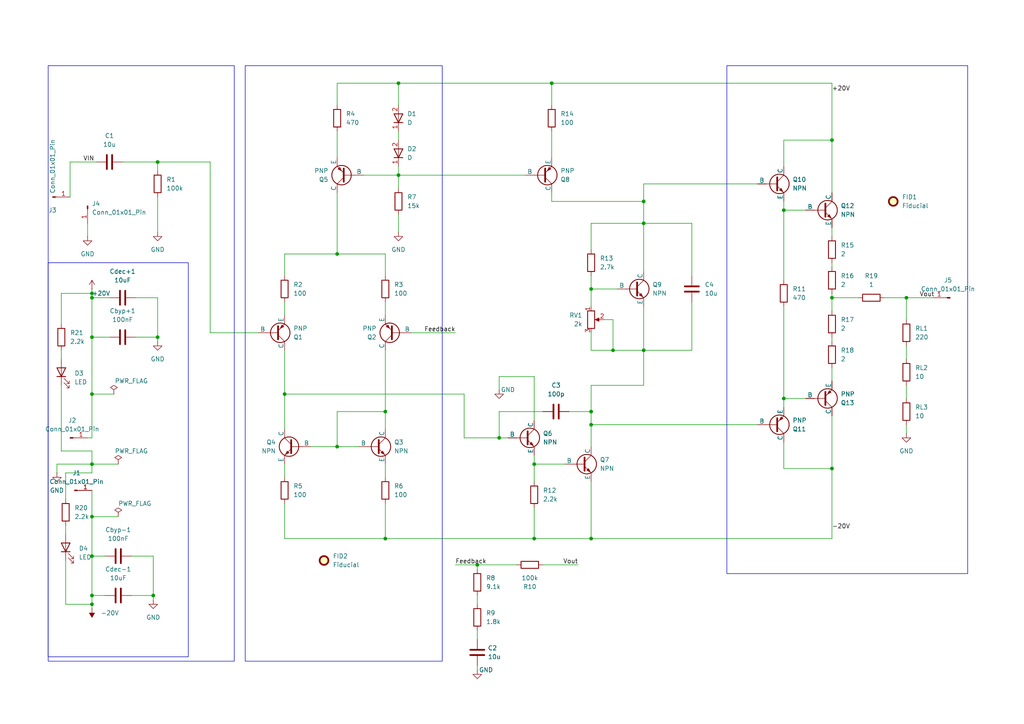
<source format=kicad_sch>
(kicad_sch (version 20250114) (generator "eeschema") (generator_version "9.0")
  (paper "A4")
  (lib_symbols
    (symbol "Connector:Conn_01x01_Pin" (pin_names (offset 1.016) (hide yes))
      (property "Reference" "J" (at 0 2.54 0))
      (property "Value" "Conn_01x01_Pin" (at 0 -2.54 0))
      (symbol "Conn_01x01_Pin_1_1"
        (rectangle (start 0.8636 0.127) (end 0 -0.127) (stroke (width 0.1524)) (fill (type outline)))
        (polyline (pts (xy 1.27 0) (xy 0.8636 0)) (stroke (width 0.1524)))
        (pin passive line (at 5.08 0 180) (length 3.81) (name "Pin_1") (number "1"))
      )
    )
    (symbol "Device:C" (pin_numbers (hide yes)) (pin_names (offset 0.254))
      (property "Reference" "C" (at 0.635 2.54 0))
      (property "Value" "C" (at 0.635 -2.54 0))
      (symbol "C_0_1"
        (polyline (pts (xy -2.032 0.762) (xy 2.032 0.762)) (stroke (width 0.508)))
        (polyline (pts (xy -2.032 -0.762) (xy 2.032 -0.762)) (stroke (width 0.508)))
      )
      (symbol "C_1_1"
        (pin passive line (at 0 3.81 270) (length 2.794) (name "~") (number "1"))
        (pin passive line (at 0 -3.81 90) (length 2.794) (name "~") (number "2"))
      )
    )
    (symbol "Device:LED" (pin_numbers (hide yes)) (pin_names (offset 1.016) (hide yes))
      (property "Reference" "D" (at 0 2.54 0))
      (property "Value" "LED" (at 0 -2.54 0))
      (symbol "LED_0_1"
        (polyline (pts (xy -3.048 -0.762) (xy -4.572 -2.286) (xy -3.81 -2.286) (xy -4.572 -2.286) (xy -4.572 -1.524)))
        (polyline (pts (xy -1.778 -0.762) (xy -3.302 -2.286) (xy -2.54 -2.286) (xy -3.302 -2.286) (xy -3.302 -1.524)))
        (polyline (pts (xy -1.27 0) (xy 1.27 0)))
        (polyline (pts (xy -1.27 -1.27) (xy -1.27 1.27)) (stroke (width 0.254)))
        (polyline (pts (xy 1.27 -1.27) (xy 1.27 1.27) (xy -1.27 0) (xy 1.27 -1.27)) (stroke (width 0.254)))
      )
      (symbol "LED_1_1"
        (pin passive line (at -3.81 0 0) (length 2.54) (name "K") (number "1"))
        (pin passive line (at 3.81 0 180) (length 2.54) (name "A") (number "2"))
      )
    )
    (symbol "Device:R" (pin_numbers (hide yes)) (pin_names (offset 0))
      (property "Reference" "R" (at 2.032 0 90))
      (property "Value" "R" (at 0 0 90))
      (symbol "R_0_1"
        (rectangle (start -1.016 -2.54) (end 1.016 2.54) (stroke (width 0.254)))
      )
      (symbol "R_1_1"
        (pin passive line (at 0 3.81 270) (length 1.27) (name "~") (number "1"))
        (pin passive line (at 0 -3.81 90) (length 1.27) (name "~") (number "2"))
      )
    )
    (symbol "Device:R_Potentiometer" (pin_names (offset 1.016) (hide yes))
      (property "Reference" "RV" (at -4.445 0 90))
      (property "Value" "R_Potentiometer" (at -2.54 0 90))
      (symbol "R_Potentiometer_0_1"
        (rectangle (start 1.016 2.54) (end -1.016 -2.54) (stroke (width 0.254)))
        (polyline (pts (xy 1.143 0) (xy 2.286 0.508) (xy 2.286 -0.508) (xy 1.143 0)) (fill (type outline)))
        (polyline (pts (xy 2.54 0) (xy 1.524 0)))
      )
      (symbol "R_Potentiometer_1_1"
        (pin passive line (at 0 3.81 270) (length 1.27) (name "1") (number "1"))
        (pin passive line (at 0 -3.81 90) (length 1.27) (name "3") (number "3"))
        (pin passive line (at 3.81 0 180) (length 1.27) (name "2") (number "2"))
      )
    )
    (symbol "Mechanical:Fiducial" (in_bom no)
      (property "Reference" "FID" (at 0 5.08 0))
      (property "Value" "Fiducial" (at 0 3.175 0))
      (symbol "Fiducial_0_1"
        (circle (center 0 0) (radius 1.27) (stroke (width 0.508)) (fill (type background)))
      )
    )
    (symbol "Simulation_SPICE:D" (pin_names (offset 1.016) (hide yes))
      (property "Reference" "D" (at 0 2.54 0))
      (property "Value" "D" (at 0 -2.54 0))
      (symbol "D_0_1"
        (polyline (pts (xy -1.27 1.27) (xy -1.27 -1.27)) (stroke (width 0.254)))
        (polyline (pts (xy 1.27 1.27) (xy 1.27 -1.27) (xy -1.27 0) (xy 1.27 1.27)) (stroke (width 0.254)))
        (polyline (pts (xy 1.27 0) (xy -1.27 0)))
      )
      (symbol "D_1_1"
        (pin passive line (at -3.81 0 0) (length 2.54) (name "K") (number "1"))
        (pin passive line (at 3.81 0 180) (length 2.54) (name "A") (number "2"))
      )
    )
    (symbol "Simulation_SPICE:NPN" (pin_numbers (hide yes)) (pin_names (offset 0))
      (property "Reference" "Q1" (at 5.08 1.2701 0))
      (property "Value" "NPN" (at 5.08 -1.2699 0))
      (symbol "NPN_0_1"
        (polyline (pts (xy -2.54 0) (xy 0.635 0)) (stroke (width 0.1524)))
        (polyline (pts (xy 0.635 1.905) (xy 0.635 -1.905) (xy 0.635 -1.905)) (stroke (width 0.508)))
        (polyline (pts (xy 0.635 0.635) (xy 2.54 2.54)))
        (polyline (pts (xy 0.635 -0.635) (xy 2.54 -2.54) (xy 2.54 -2.54)))
        (circle (center 1.27 0) (radius 2.8194) (stroke (width 0.254)))
        (polyline (pts (xy 1.27 -1.778) (xy 1.778 -1.27) (xy 2.286 -2.286) (xy 1.27 -1.778) (xy 1.27 -1.778)) (fill (type outline)))
        (polyline (pts (xy 2.794 -1.27) (xy 2.794 -1.27)) (stroke (width 0.1524)))
        (polyline (pts (xy 2.794 -1.27) (xy 2.794 -1.27)) (stroke (width 0.1524)))
      )
      (symbol "NPN_1_1"
        (pin input line (at -5.08 0 0) (length 2.54) (name "B") (number "2"))
        (pin passive line (at 2.54 5.08 270) (length 2.54) (name "C") (number "1"))
        (pin passive line (at 2.54 -5.08 90) (length 2.54) (name "E") (number "3"))
      )
    )
    (symbol "Simulation_SPICE:PNP" (pin_numbers (hide yes)) (pin_names (offset 0))
      (property "Reference" "Q" (at -2.54 7.62 0))
      (property "Value" "PNP" (at -2.54 5.08 0))
      (symbol "PNP_0_1"
        (polyline (pts (xy -2.54 0) (xy 0.635 0)) (stroke (width 0.1524)))
        (polyline (pts (xy 0.635 1.905) (xy 0.635 -1.905) (xy 0.635 -1.905)) (stroke (width 0.508)))
        (polyline (pts (xy 0.635 0.635) (xy 2.54 2.54)))
        (polyline (pts (xy 0.635 -0.635) (xy 2.54 -2.54) (xy 2.54 -2.54)))
        (circle (center 1.27 0) (radius 2.8194) (stroke (width 0.254)))
        (polyline (pts (xy 2.286 -1.778) (xy 1.778 -2.286) (xy 1.27 -1.27) (xy 2.286 -1.778) (xy 2.286 -1.778)) (fill (type outline)))
      )
      (symbol "PNP_1_1"
        (pin input line (at -5.08 0 0) (length 2.54) (name "B") (number "2"))
        (pin open_collector line (at 2.54 5.08 270) (length 2.54) (name "C") (number "1"))
        (pin open_emitter line (at 2.54 -5.08 90) (length 2.54) (name "E") (number "3"))
      )
    )
    (symbol "power:+24V" (power) (pin_numbers (hide yes)) (pin_names (offset 0) (hide yes))
      (property "Value" "+24V" (at 0 3.556 0))
      (symbol "+24V_0_1"
        (polyline (pts (xy -0.762 1.27) (xy 0 2.54)))
        (polyline (pts (xy 0 2.54) (xy 0.762 1.27)))
        (polyline (pts (xy 0 0) (xy 0 2.54)))
      )
      (symbol "+24V_1_1"
        (pin power_in line (at 0 0 90) (length 0) (name "~") (number "1"))
      )
    )
    (symbol "power:-24V" (power) (pin_numbers (hide yes)) (pin_names (offset 0) (hide yes))
      (property "Value" "-24V" (at 0 3.556 0))
      (symbol "-24V_0_0"
        (pin power_in line (at 0 0 90) (length 0) (name "~") (number "1"))
      )
      (symbol "-24V_0_1"
        (polyline (pts (xy 0 0) (xy 0 1.27) (xy 0.762 1.27) (xy 0 2.54) (xy -0.762 1.27) (xy 0 1.27)) (fill (type outline)))
      )
    )
    (symbol "power:GND" (power) (pin_numbers (hide yes)) (pin_names (offset 0) (hide yes))
      (property "Value" "GND" (at 0 -3.81 0))
      (symbol "GND_0_1"
        (polyline (pts (xy 0 0) (xy 0 -1.27) (xy 1.27 -1.27) (xy 0 -2.54) (xy -1.27 -1.27) (xy 0 -1.27)))
      )
      (symbol "GND_1_1"
        (pin power_in line (at 0 0 270) (length 0) (name "~") (number "1"))
      )
    )
    (symbol "power:PWR_FLAG" (power) (pin_numbers (hide yes)) (pin_names (offset 0) (hide yes))
      (property "Value" "PWR_FLAG" (at 0 3.81 0))
      (symbol "PWR_FLAG_0_0"
        (pin power_out line (at 0 0 90) (length 0) (name "~") (number "1"))
      )
      (symbol "PWR_FLAG_0_1"
        (polyline (pts (xy 0 0) (xy 0 1.27) (xy -1.016 1.905) (xy 0 2.54) (xy 1.016 1.905) (xy 0 1.27)))
      )
    )
  )
  (rectangle (start 210.82 19.05) (end 280.67 166.37))
  (rectangle (start 13.97 19.05) (end 67.945 191.77))
  (rectangle (start 71.12 19.05) (end 128.27 191.77))
  (rectangle (start 13.97 76.2) (end 54.61 190.5))
  (junction (at 26.67 97.79))
  (junction (at 171.45 119.38))
  (junction (at 241.3 40.64))
  (junction (at 171.45 123.19))
  (junction (at 177.8 101.6))
  (junction (at 138.43 163.83))
  (junction (at 26.67 175.26))
  (junction (at 26.67 149.86))
  (junction (at 97.79 129.54))
  (junction (at 26.67 86.36))
  (junction (at 227.33 115.57))
  (junction (at 160.02 24.13))
  (junction (at 171.45 156.21))
  (junction (at 82.55 114.3))
  (junction (at 26.67 161.29))
  (junction (at 111.76 156.21))
  (junction (at 144.78 127))
  (junction (at 154.94 134.62))
  (junction (at 97.79 73.66))
  (junction (at 115.57 24.13))
  (junction (at 241.3 135.89))
  (junction (at 186.69 64.77))
  (junction (at 26.67 85.09))
  (junction (at 154.94 156.21))
  (junction (at 186.69 101.6))
  (junction (at 186.69 58.42))
  (junction (at 111.76 119.38))
  (junction (at 171.45 83.82))
  (junction (at 45.72 97.79))
  (junction (at 45.72 46.99))
  (junction (at 115.57 50.8))
  (junction (at 262.89 86.36))
  (junction (at 26.67 134.62))
  (junction (at 227.33 60.96))
  (junction (at 26.67 114.3))
  (junction (at 241.3 86.36))
  (junction (at 44.45 172.72))
  (junction (at 26.67 172.72))
  (wire (pts (xy 171.45 101.6) (xy 177.8 101.6)))
  (wire (pts (xy 186.69 58.42) (xy 186.69 64.77)))
  (wire (pts (xy 26.67 86.36) (xy 31.75 86.36)))
  (wire (pts (xy 227.33 135.89) (xy 241.3 135.89)))
  (wire (pts (xy 115.57 24.13) (xy 97.79 24.13)))
  (wire (pts (xy 115.57 62.23) (xy 115.57 67.31)))
  (wire (pts (xy 157.48 163.83) (xy 167.64 163.83)))
  (wire (pts (xy 132.08 163.83) (xy 138.43 163.83)))
  (wire (pts (xy 60.96 46.99) (xy 60.96 96.52)))
  (wire (pts (xy 45.72 86.36) (xy 45.72 97.79)))
  (wire (pts (xy 171.45 156.21) (xy 241.3 156.21)))
  (wire (pts (xy 44.45 161.29) (xy 44.45 172.72)))
  (wire (pts (xy 241.3 40.64) (xy 241.3 55.88)))
  (wire (pts (xy 20.32 46.99) (xy 27.94 46.99)))
  (wire (pts (xy 138.43 172.72) (xy 138.43 175.26)))
  (wire (pts (xy 154.94 134.62) (xy 163.83 134.62)))
  (wire (pts (xy 241.3 120.65) (xy 241.3 135.89)))
  (wire (pts (xy 115.57 50.8) (xy 115.57 54.61)))
  (wire (pts (xy 25.4 127) (xy 26.67 127)))
  (wire (pts (xy 171.45 83.82) (xy 171.45 88.9)))
  (wire (pts (xy 82.55 73.66) (xy 97.79 73.66)))
  (wire (pts (xy 82.55 156.21) (xy 111.76 156.21)))
  (wire (pts (xy 144.78 109.22) (xy 144.78 113.03)))
  (wire (pts (xy 171.45 83.82) (xy 179.07 83.82)))
  (wire (pts (xy 138.43 163.83) (xy 138.43 165.1)))
  (wire (pts (xy 241.3 66.04) (xy 241.3 68.58)))
  (wire (pts (xy 26.67 86.36) (xy 26.67 97.79)))
  (wire (pts (xy 17.78 111.76) (xy 17.78 130.81)))
  (wire (pts (xy 97.79 55.88) (xy 97.79 73.66)))
  (wire (pts (xy 171.45 64.77) (xy 186.69 64.77)))
  (wire (pts (xy 26.67 114.3) (xy 26.67 127)))
  (wire (pts (xy 241.3 24.13) (xy 241.3 40.64)))
  (wire (pts (xy 105.41 50.8) (xy 115.57 50.8)))
  (wire (pts (xy 35.56 46.99) (xy 45.72 46.99)))
  (wire (pts (xy 171.45 123.19) (xy 171.45 129.54)))
  (wire (pts (xy 165.1 119.38) (xy 171.45 119.38)))
  (wire (pts (xy 227.33 115.57) (xy 233.68 115.57)))
  (wire (pts (xy 186.69 111.76) (xy 186.69 101.6)))
  (wire (pts (xy 160.02 30.48) (xy 160.02 24.13)))
  (wire (pts (xy 17.78 101.6) (xy 17.78 104.14)))
  (wire (pts (xy 227.33 60.96) (xy 227.33 81.28)))
  (wire (pts (xy 262.89 100.33) (xy 262.89 104.14)))
  (wire (pts (xy 115.57 24.13) (xy 160.02 24.13)))
  (wire (pts (xy 200.66 64.77) (xy 186.69 64.77)))
  (wire (pts (xy 26.67 172.72) (xy 30.48 172.72)))
  (wire (pts (xy 154.94 121.92) (xy 154.94 109.22)))
  (wire (pts (xy 227.33 128.27) (xy 227.33 135.89)))
  (wire (pts (xy 160.02 38.1) (xy 160.02 45.72)))
  (wire (pts (xy 26.67 149.86) (xy 34.29 149.86)))
  (wire (pts (xy 19.05 152.4) (xy 19.05 154.94)))
  (wire (pts (xy 241.3 86.36) (xy 248.92 86.36)))
  (wire (pts (xy 97.79 129.54) (xy 104.14 129.54)))
  (wire (pts (xy 227.33 118.11) (xy 227.33 115.57)))
  (wire (pts (xy 45.72 57.15) (xy 45.72 67.31)))
  (wire (pts (xy 45.72 99.06) (xy 45.72 97.79)))
  (wire (pts (xy 82.55 80.01) (xy 82.55 73.66)))
  (wire (pts (xy 82.55 134.62) (xy 82.55 138.43)))
  (wire (pts (xy 17.78 130.81) (xy 26.67 130.81)))
  (wire (pts (xy 26.67 130.81) (xy 26.67 134.62)))
  (wire (pts (xy 38.1 172.72) (xy 44.45 172.72)))
  (wire (pts (xy 157.48 119.38) (xy 144.78 119.38)))
  (wire (pts (xy 227.33 58.42) (xy 227.33 60.96)))
  (wire (pts (xy 256.54 86.36) (xy 262.89 86.36)))
  (wire (pts (xy 147.32 127) (xy 144.78 127)))
  (wire (pts (xy 200.66 101.6) (xy 186.69 101.6)))
  (wire (pts (xy 97.79 73.66) (xy 111.76 73.66)))
  (wire (pts (xy 26.67 137.16) (xy 19.05 137.16)))
  (wire (pts (xy 171.45 111.76) (xy 186.69 111.76)))
  (wire (pts (xy 82.55 101.6) (xy 82.55 114.3)))
  (wire (pts (xy 134.62 127) (xy 134.62 114.3)))
  (wire (pts (xy 262.89 86.36) (xy 262.89 92.71)))
  (wire (pts (xy 19.05 175.26) (xy 26.67 175.26)))
  (wire (pts (xy 26.67 175.26) (xy 26.67 176.53)))
  (wire (pts (xy 26.67 83.82) (xy 26.67 85.09)))
  (wire (pts (xy 26.67 142.24) (xy 26.67 149.86)))
  (wire (pts (xy 154.94 156.21) (xy 171.45 156.21)))
  (wire (pts (xy 26.67 161.29) (xy 30.48 161.29)))
  (wire (pts (xy 262.89 111.76) (xy 262.89 115.57)))
  (wire (pts (xy 154.94 134.62) (xy 154.94 139.7)))
  (wire (pts (xy 26.67 97.79) (xy 31.75 97.79)))
  (wire (pts (xy 144.78 119.38) (xy 144.78 127)))
  (wire (pts (xy 227.33 40.64) (xy 241.3 40.64)))
  (wire (pts (xy 171.45 72.39) (xy 171.45 64.77)))
  (wire (pts (xy 26.67 134.62) (xy 26.67 137.16)))
  (wire (pts (xy 175.26 92.71) (xy 177.8 92.71)))
  (wire (pts (xy 115.57 50.8) (xy 152.4 50.8)))
  (wire (pts (xy 45.72 46.99) (xy 60.96 46.99)))
  (wire (pts (xy 44.45 173.99) (xy 44.45 172.72)))
  (wire (pts (xy 138.43 193.04) (xy 138.43 194.31)))
  (wire (pts (xy 115.57 24.13) (xy 115.57 30.48)))
  (wire (pts (xy 97.79 119.38) (xy 111.76 119.38)))
  (wire (pts (xy 60.96 96.52) (xy 74.93 96.52)))
  (wire (pts (xy 115.57 48.26) (xy 115.57 50.8)))
  (wire (pts (xy 160.02 24.13) (xy 241.3 24.13)))
  (wire (pts (xy 16.51 134.62) (xy 26.67 134.62)))
  (wire (pts (xy 19.05 162.56) (xy 19.05 175.26)))
  (wire (pts (xy 171.45 111.76) (xy 171.45 119.38)))
  (wire (pts (xy 20.32 46.99) (xy 20.32 57.15)))
  (wire (pts (xy 241.3 76.2) (xy 241.3 77.47)))
  (wire (pts (xy 171.45 96.52) (xy 171.45 101.6)))
  (wire (pts (xy 45.72 46.99) (xy 45.72 49.53)))
  (wire (pts (xy 111.76 119.38) (xy 111.76 124.46)))
  (wire (pts (xy 115.57 40.64) (xy 115.57 38.1)))
  (wire (pts (xy 97.79 24.13) (xy 97.79 30.48)))
  (wire (pts (xy 144.78 127) (xy 134.62 127)))
  (wire (pts (xy 82.55 87.63) (xy 82.55 91.44)))
  (wire (pts (xy 39.37 97.79) (xy 45.72 97.79)))
  (wire (pts (xy 186.69 101.6) (xy 186.69 88.9)))
  (wire (pts (xy 39.37 86.36) (xy 45.72 86.36)))
  (wire (pts (xy 97.79 38.1) (xy 97.79 45.72)))
  (wire (pts (xy 111.76 156.21) (xy 154.94 156.21)))
  (wire (pts (xy 227.33 48.26) (xy 227.33 40.64)))
  (wire (pts (xy 241.3 135.89) (xy 241.3 156.21)))
  (wire (pts (xy 17.78 85.09) (xy 26.67 85.09)))
  (wire (pts (xy 82.55 146.05) (xy 82.55 156.21)))
  (wire (pts (xy 17.78 93.98) (xy 17.78 85.09)))
  (wire (pts (xy 26.67 172.72) (xy 26.67 175.26)))
  (wire (pts (xy 90.17 129.54) (xy 97.79 129.54)))
  (wire (pts (xy 241.3 106.68) (xy 241.3 110.49)))
  (wire (pts (xy 16.51 134.62) (xy 16.51 137.16)))
  (wire (pts (xy 171.45 80.01) (xy 171.45 83.82)))
  (wire (pts (xy 186.69 53.34) (xy 186.69 58.42)))
  (wire (pts (xy 177.8 101.6) (xy 186.69 101.6)))
  (wire (pts (xy 82.55 114.3) (xy 134.62 114.3)))
  (wire (pts (xy 97.79 129.54) (xy 97.79 119.38)))
  (wire (pts (xy 227.33 60.96) (xy 233.68 60.96)))
  (wire (pts (xy 241.3 86.36) (xy 241.3 90.17)))
  (wire (pts (xy 25.4 64.77) (xy 25.4 68.58)))
  (wire (pts (xy 186.69 64.77) (xy 186.69 78.74)))
  (wire (pts (xy 26.67 161.29) (xy 26.67 172.72)))
  (wire (pts (xy 111.76 134.62) (xy 111.76 138.43)))
  (wire (pts (xy 19.05 137.16) (xy 19.05 144.78)))
  (wire (pts (xy 177.8 92.71) (xy 177.8 101.6)))
  (wire (pts (xy 111.76 101.6) (xy 111.76 119.38)))
  (wire (pts (xy 200.66 87.63) (xy 200.66 101.6)))
  (wire (pts (xy 241.3 85.09) (xy 241.3 86.36)))
  (wire (pts (xy 154.94 147.32) (xy 154.94 156.21)))
  (wire (pts (xy 82.55 114.3) (xy 82.55 124.46)))
  (wire (pts (xy 160.02 55.88) (xy 160.02 58.42)))
  (wire (pts (xy 111.76 73.66) (xy 111.76 80.01)))
  (wire (pts (xy 160.02 58.42) (xy 186.69 58.42)))
  (wire (pts (xy 219.71 53.34) (xy 186.69 53.34)))
  (wire (pts (xy 241.3 97.79) (xy 241.3 99.06)))
  (wire (pts (xy 26.67 149.86) (xy 26.67 161.29)))
  (wire (pts (xy 26.67 85.09) (xy 26.67 86.36)))
  (wire (pts (xy 111.76 146.05) (xy 111.76 156.21)))
  (wire (pts (xy 119.38 96.52) (xy 132.08 96.52)))
  (wire (pts (xy 262.89 86.36) (xy 270.51 86.36)))
  (wire (pts (xy 26.67 134.62) (xy 34.29 134.62)))
  (wire (pts (xy 171.45 123.19) (xy 219.71 123.19)))
  (wire (pts (xy 38.1 161.29) (xy 44.45 161.29)))
  (wire (pts (xy 171.45 119.38) (xy 171.45 123.19)))
  (wire (pts (xy 154.94 109.22) (xy 144.78 109.22)))
  (wire (pts (xy 149.86 163.83) (xy 138.43 163.83)))
  (wire (pts (xy 154.94 134.62) (xy 154.94 132.08)))
  (wire (pts (xy 171.45 139.7) (xy 171.45 156.21)))
  (wire (pts (xy 26.67 114.3) (xy 33.02 114.3)))
  (wire (pts (xy 111.76 87.63) (xy 111.76 91.44)))
  (wire (pts (xy 227.33 115.57) (xy 227.33 88.9)))
  (wire (pts (xy 200.66 80.01) (xy 200.66 64.77)))
  (wire (pts (xy 138.43 182.88) (xy 138.43 185.42)))
  (wire (pts (xy 262.89 123.19) (xy 262.89 125.73)))
  (wire (pts (xy 26.67 97.79) (xy 26.67 114.3)))
  (label "Feedback" (at 132.08 163.83 0))
  (label "VIN" (at 24.13 46.99 0))
  (label "Feedback" (at 132.08 96.52 180))
  (label "+20V" (at 241.3 26.67 0))
  (label "-20V" (at 241.3 153.67 0))
  (label "Vout" (at 266.7 86.36 0))
  (label "Vout" (at 167.64 163.83 180))
  (symbol (lib_id "Device:C") (at 138.43 189.23 180) (unit 1)
    (property "Reference" "C2" (at 141.486 187.9599 0) (effects (justify right)))
    (property "Value" "10u" (at 141.486 190.4999 0) (effects (justify right)))
    (property "Footprint" "my_lib_Radu:10uF_smd_6.3x5.4_Radu" (effects (hide yes)))
    (property "Description" "Unpolarized capacitor" (effects (hide yes)))
  )
  (symbol (lib_id "Simulation_SPICE:NPN") (at 184.15 83.82 0) (unit 1)
    (property "Reference" "Q9" (at 189.23 82.5499 0) (effects (justify left)))
    (property "Value" "NPN" (at 189.23 85.0899 0) (effects (justify left)))
    (property "Footprint" "my_lib_Radu:sot23_Radu" (effects (hide yes)))
    (property "Datasheet" "https://ngspice.sourceforge.io/docs/ngspice-html-manual/manual.xhtml#cha_BJTs" (effects (hide yes)))
    (property "Description" "Bipolar transistor symbol for simulation only, substrate tied to the emitter" (effects (hide yes)))
    (property "Sim.Library" "C:\\Users\\tamis\\my_projects_Tamisi_Radu\\kicad_projects\\proiect1_etti\\allowed_spice_models\\Lib_ModelePSpice_Anexa_1\\Lib_ModelePSpice_Anexa_1\\BC817-25.txt" (effects (hide yes)))
    (property "Sim.Name" "QBC817-25" (effects (hide yes)))
    (property "Sim.Device" "NPN" (effects (hide yes)))
    (property "Sim.Type" "GUMMELPOON" (effects (hide yes)))
    (property "Sim.Pins" "1=C 2=B 3=E" (effects (hide yes)))
  )
  (symbol (lib_id "Device:C") (at 35.56 86.36 90) (unit 1)
    (property "Reference" "Cdec+1" (at 35.56 78.74 90))
    (property "Value" "10uF" (at 35.56 81.28 90))
    (property "Footprint" "my_lib_Radu:10uF_smd_6.3x5.4_Radu" (effects (hide yes)))
    (property "Description" "Unpolarized capacitor" (effects (hide yes)))
  )
  (symbol (lib_id "Simulation_SPICE:PNP") (at 100.33 50.8 180) (unit 1)
    (property "Reference" "Q5" (at 95.25 52.0701 0) (effects (justify left)))
    (property "Value" "PNP" (at 95.25 49.5301 0) (effects (justify left)))
    (property "Footprint" "my_lib_Radu:sot23_Radu" (effects (hide yes)))
    (property "Datasheet" "https://ngspice.sourceforge.io/docs/ngspice-html-manual/manual.xhtml#cha_BJTs" (effects (hide yes)))
    (property "Description" "Bipolar transistor symbol for simulation only, substrate tied to the emitter" (effects (hide yes)))
    (property "Sim.Device" "PNP" (effects (hide yes)))
    (property "Sim.Type" "GUMMELPOON" (effects (hide yes)))
    (property "Sim.Pins" "1=C 2=B 3=E" (effects (hide yes)))
    (property "Sim.Library" "C:\\Users\\tamis\\my_projects_Tamisi_Radu\\kicad_projects\\proiect1_etti\\allowed_spice_models\\Lib_ModelePSpice_Anexa_1\\Lib_ModelePSpice_Anexa_1\\BC856B.txt" (effects (hide yes)))
    (property "Sim.Name" "QBC856B" (effects (hide yes)))
  )
  (symbol (lib_id "Device:R") (at 111.76 142.24 0) (unit 1)
    (property "Reference" "R6" (at 114.3 140.9699 0) (effects (justify left)))
    (property "Value" "100" (at 114.3 143.5099 0) (effects (justify left)))
    (property "Footprint" "Resistor_SMD:R_0805_2012Metric" (effects (hide yes)))
    (property "Description" "Resistor" (effects (hide yes)))
  )
  (symbol (lib_id "Device:R") (at 115.57 58.42 0) (unit 1)
    (property "Reference" "R7" (at 118.11 57.1499 0) (effects (justify left)))
    (property "Value" "15k" (at 118.11 59.6899 0) (effects (justify left)))
    (property "Footprint" "Resistor_SMD:R_0805_2012Metric" (effects (hide yes)))
    (property "Description" "Resistor" (effects (hide yes)))
  )
  (symbol (lib_id "Device:R") (at 111.76 83.82 0) (unit 1)
    (property "Reference" "R3" (at 114.3 82.5499 0) (effects (justify left)))
    (property "Value" "100" (at 114.3 85.0899 0) (effects (justify left)))
    (property "Footprint" "Resistor_SMD:R_0805_2012Metric" (effects (hide yes)))
    (property "Description" "Resistor" (effects (hide yes)))
  )
  (symbol (lib_id "Connector:Conn_01x01_Pin") (at 20.32 127 0) (unit 1)
    (property "Reference" "J2" (at 20.955 121.92 0))
    (property "Value" "Conn_01x01_Pin" (at 20.955 124.46 0))
    (property "Footprint" "my_lib_Radu:J_conn_4x4mm_Radu" (effects (hide yes)))
    (property "Description" "Generic connector, single row, 01x01, script generated" (effects (hide yes)))
  )
  (symbol (lib_id "Device:R") (at 45.72 53.34 0) (unit 1)
    (property "Reference" "R1" (at 48.26 52.0699 0) (effects (justify left)))
    (property "Value" "100k" (at 48.26 54.6099 0) (effects (justify left)))
    (property "Footprint" "Resistor_SMD:R_0805_2012Metric" (effects (hide yes)))
    (property "Description" "Resistor" (effects (hide yes)))
  )
  (symbol (lib_id "Connector:Conn_01x01_Pin") (at 21.59 142.24 0) (unit 1)
    (property "Reference" "J1" (at 22.225 137.16 0))
    (property "Value" "Conn_01x01_Pin" (at 22.225 139.7 0))
    (property "Footprint" "my_lib_Radu:J_conn_4x4mm_Radu" (effects (hide yes)))
    (property "Description" "Generic connector, single row, 01x01, script generated" (effects (hide yes)))
  )
  (symbol (lib_id "Device:R") (at 82.55 142.24 0) (unit 1)
    (property "Reference" "R5" (at 85.09 140.9699 0) (effects (justify left)))
    (property "Value" "100" (at 85.09 143.5099 0) (effects (justify left)))
    (property "Footprint" "Resistor_SMD:R_0805_2012Metric" (effects (hide yes)))
    (property "Description" "Resistor" (effects (hide yes)))
  )
  (symbol (lib_id "power:PWR_FLAG") (at 34.29 149.86 0) (unit 1)
    (property "Reference" "#FLG03" (effects (hide yes)))
    (property "Value" "PWR_FLAG" (at 34.29 146.05 0) (effects (justify left)))
    (property "Description" "Special symbol for telling ERC where power comes from" (effects (hide yes)))
  )
  (symbol (lib_id "Device:R_Potentiometer") (at 171.45 92.71 0) (unit 1)
    (property "Reference" "RV1" (at 168.91 91.4399 0) (effects (justify right)))
    (property "Value" "2k" (at 168.91 93.9799 0) (effects (justify right)))
    (property "Footprint" "my_lib_Radu:ts53yl_Radu" (effects (hide yes)))
    (property "Description" "Potentiometer" (effects (hide yes)))
  )
  (symbol (lib_id "Device:C") (at 34.29 172.72 90) (unit 1)
    (property "Reference" "Cdec-1" (at 34.29 165.1 90))
    (property "Value" "10uF" (at 34.29 167.64 90))
    (property "Footprint" "my_lib_Radu:10uF_smd_6.3x5.4_Radu" (effects (hide yes)))
    (property "Description" "Unpolarized capacitor" (effects (hide yes)))
  )
  (symbol (lib_id "power:GND") (at 144.78 113.03 0) (unit 1)
    (property "Reference" "#PWR011" (effects (hide yes)))
    (property "Value" "GND" (at 147.32 113.03 0))
    (property "Description" "Power symbol creates a global label with name \"GND\" , ground" (effects (hide yes)))
  )
  (symbol (lib_id "Simulation_SPICE:PNP") (at 80.01 96.52 0) (mirror x) (unit 1)
    (property "Reference" "Q1" (at 85.09 97.7901 0) (effects (justify left)))
    (property "Value" "PNP" (at 85.09 95.2501 0) (effects (justify left)))
    (property "Footprint" "my_lib_Radu:sot23_Radu" (effects (hide yes)))
    (property "Datasheet" "https://ngspice.sourceforge.io/docs/ngspice-html-manual/manual.xhtml#cha_BJTs" (effects (hide yes)))
    (property "Description" "Bipolar transistor symbol for simulation only, substrate tied to the emitter" (effects (hide yes)))
    (property "Sim.Device" "PNP" (effects (hide yes)))
    (property "Sim.Type" "GUMMELPOON" (effects (hide yes)))
    (property "Sim.Pins" "1=C 2=B 3=E" (effects (hide yes)))
    (property "Sim.Library" "C:\\Users\\tamis\\my_projects_Tamisi_Radu\\kicad_projects\\proiect1_etti\\allowed_spice_models\\Lib_ModelePSpice_Anexa_1\\Lib_ModelePSpice_Anexa_1\\BC856B.txt" (effects (hide yes)))
    (property "Sim.Name" "QBC856B" (effects (hide yes)))
  )
  (symbol (lib_id "Device:R") (at 153.67 163.83 90) (unit 1)
    (property "Reference" "R10" (at 153.67 170.18 90))
    (property "Value" "100k" (at 153.67 167.64 90))
    (property "Footprint" "Resistor_SMD:R_0805_2012Metric" (effects (hide yes)))
    (property "Description" "Resistor" (effects (hide yes)))
  )
  (symbol (lib_id "Mechanical:Fiducial") (at 259.08 58.42 0) (unit 1) (in_bom no)
    (property "Reference" "FID1" (at 261.62 57.1499 0) (effects (justify left)))
    (property "Value" "Fiducial" (at 261.62 59.6899 0) (effects (justify left)))
    (property "Footprint" "Fiducial:Fiducial_1mm_Mask2mm" (effects (hide yes)))
    (property "Description" "Fiducial Marker" (effects (hide yes)))
  )
  (symbol (lib_id "Device:LED") (at 19.05 158.75 90) (unit 1)
    (property "Reference" "D4" (at 22.86 159.0674 90) (effects (justify right)))
    (property "Value" "LED" (at 22.86 161.6074 90) (effects (justify right)))
    (property "Footprint" "LED_SMD:LED_0805_2012Metric" (effects (hide yes)))
    (property "Description" "Light emitting diode" (effects (hide yes)))
    (property "Sim.Pins" "1=K 2=A" (effects (hide yes)))
  )
  (symbol (lib_id "Connector:Conn_01x01_Pin") (at 15.24 57.15 0) (unit 1)
    (property "Reference" "J3" (at 15.24 60.96 0))
    (property "Value" "Conn_01x01_Pin" (at 15.24 48.26 90))
    (property "Footprint" "my_lib_Radu:J_conn_4x4mm_Radu" (effects (hide yes)))
    (property "Description" "Generic connector, single row, 01x01, script generated" (effects (hide yes)))
  )
  (symbol (lib_id "Connector:Conn_01x01_Pin") (at 25.4 59.69 270) (unit 1)
    (property "Reference" "J4" (at 26.67 59.0549 90) (effects (justify left)))
    (property "Value" "Conn_01x01_Pin" (at 26.67 61.5949 90) (effects (justify left)))
    (property "Footprint" "my_lib_Radu:J_conn_4x4mm_Radu" (effects (hide yes)))
    (property "Description" "Generic connector, single row, 01x01, script generated" (effects (hide yes)))
  )
  (symbol (lib_id "Simulation_SPICE:PNP") (at 114.3 96.52 180) (unit 1)
    (property "Reference" "Q2" (at 109.22 97.7901 0) (effects (justify left)))
    (property "Value" "PNP" (at 109.22 95.2501 0) (effects (justify left)))
    (property "Footprint" "my_lib_Radu:sot23_Radu" (effects (hide yes)))
    (property "Datasheet" "https://ngspice.sourceforge.io/docs/ngspice-html-manual/manual.xhtml#cha_BJTs" (effects (hide yes)))
    (property "Description" "Bipolar transistor symbol for simulation only, substrate tied to the emitter" (effects (hide yes)))
    (property "Sim.Device" "PNP" (effects (hide yes)))
    (property "Sim.Type" "GUMMELPOON" (effects (hide yes)))
    (property "Sim.Pins" "1=C 2=B 3=E" (effects (hide yes)))
    (property "Sim.Library" "C:\\Users\\tamis\\my_projects_Tamisi_Radu\\kicad_projects\\proiect1_etti\\allowed_spice_models\\Lib_ModelePSpice_Anexa_1\\Lib_ModelePSpice_Anexa_1\\BC856B.txt" (effects (hide yes)))
    (property "Sim.Name" "QBC856B" (effects (hide yes)))
  )
  (symbol (lib_id "power:GND") (at 262.89 125.73 0) (unit 1)
    (property "Reference" "#PWR06" (effects (hide yes)))
    (property "Value" "GND" (at 262.89 130.81 0))
    (property "Description" "Power symbol creates a global label with name \"GND\" , ground" (effects (hide yes)))
  )
  (symbol (lib_id "power:GND") (at 138.43 194.31 0) (unit 1)
    (property "Reference" "#PWR08" (effects (hide yes)))
    (property "Value" "GND" (at 140.97 194.31 0))
    (property "Description" "Power symbol creates a global label with name \"GND\" , ground" (effects (hide yes)))
  )
  (symbol (lib_id "power:GND") (at 115.57 67.31 0) (unit 1)
    (property "Reference" "#PWR05" (effects (hide yes)))
    (property "Value" "GND" (at 115.57 72.39 0))
    (property "Description" "Power symbol creates a global label with name \"GND\" , ground" (effects (hide yes)))
  )
  (symbol (lib_id "Device:R") (at 262.89 119.38 180) (unit 1)
    (property "Reference" "RL3" (at 265.43 118.1099 0) (effects (justify right)))
    (property "Value" "10" (at 265.43 120.6499 0) (effects (justify right)))
    (property "Footprint" "Resistor_SMD:R_0805_2012Metric" (effects (hide yes)))
    (property "Description" "Resistor" (effects (hide yes)))
  )
  (symbol (lib_id "Simulation_SPICE:PNP") (at 224.79 123.19 0) (mirror x) (unit 1)
    (property "Reference" "Q11" (at 229.87 124.4601 0) (effects (justify left)))
    (property "Value" "PNP" (at 229.87 121.9201 0) (effects (justify left)))
    (property "Footprint" "my_lib_Radu:sot23_Radu" (effects (hide yes)))
    (property "Datasheet" "https://ngspice.sourceforge.io/docs/ngspice-html-manual/manual.xhtml#cha_BJTs" (effects (hide yes)))
    (property "Description" "Bipolar transistor symbol for simulation only, substrate tied to the emitter" (effects (hide yes)))
    (property "Sim.Device" "PNP" (effects (hide yes)))
    (property "Sim.Type" "GUMMELPOON" (effects (hide yes)))
    (property "Sim.Pins" "1=C 2=B 3=E" (effects (hide yes)))
    (property "Sim.Library" "C:\\Users\\tamis\\my_projects_Tamisi_Radu\\kicad_projects\\proiect1_etti\\allowed_spice_models\\Lib_ModelePSpice_Anexa_1\\Lib_ModelePSpice_Anexa_1\\BC807-25.txt" (effects (hide yes)))
    (property "Sim.Name" "QBC807-25" (effects (hide yes)))
  )
  (symbol (lib_id "power:GND") (at 45.72 99.06 0) (unit 1)
    (property "Reference" "#PWR09" (effects (hide yes)))
    (property "Value" "GND" (at 45.72 104.14 0))
    (property "Description" "Power symbol creates a global label with name \"GND\" , ground" (effects (hide yes)))
  )
  (symbol (lib_id "Device:R") (at 252.73 86.36 270) (unit 1)
    (property "Reference" "R19" (at 252.73 80.01 90))
    (property "Value" "1" (at 252.73 82.55 90))
    (property "Footprint" "Resistor_SMD:R_0805_2012Metric" (effects (hide yes)))
    (property "Description" "Resistor" (effects (hide yes)))
  )
  (symbol (lib_id "Device:C") (at 200.66 83.82 180) (unit 1)
    (property "Reference" "C4" (at 204.4002 82.5499 0) (effects (justify right)))
    (property "Value" "10u" (at 204.4002 85.0899 0) (effects (justify right)))
    (property "Footprint" "my_lib_Radu:10uF_smd_6.3x5.4_Radu" (effects (hide yes)))
    (property "Description" "Unpolarized capacitor" (effects (hide yes)))
  )
  (symbol (lib_id "power:GND") (at 16.51 137.16 0) (unit 1)
    (property "Reference" "#PWR01" (effects (hide yes)))
    (property "Value" "GND" (at 16.51 142.24 0))
    (property "Description" "Power symbol creates a global label with name \"GND\" , ground" (effects (hide yes)))
  )
  (symbol (lib_id "Device:R") (at 160.02 34.29 0) (unit 1)
    (property "Reference" "R14" (at 162.56 33.0199 0) (effects (justify left)))
    (property "Value" "100" (at 162.56 35.5599 0) (effects (justify left)))
    (property "Footprint" "Resistor_SMD:R_0805_2012Metric" (effects (hide yes)))
    (property "Description" "Resistor" (effects (hide yes)))
  )
  (symbol (lib_id "power:-24V") (at 26.67 176.53 180) (unit 1)
    (property "Reference" "#PWR03" (effects (hide yes)))
    (property "Value" "-20V" (at 29.21 177.7999 0) (effects (justify right)))
    (property "Description" "Power symbol creates a global label with name \"-24V\"" (effects (hide yes)))
  )
  (symbol (lib_id "Simulation_SPICE:NPN") (at 168.91 134.62 0) (unit 1)
    (property "Reference" "Q7" (at 173.99 133.3499 0) (effects (justify left)))
    (property "Value" "NPN" (at 173.99 135.8899 0) (effects (justify left)))
    (property "Footprint" "my_lib_Radu:sot23_Radu" (effects (hide yes)))
    (property "Datasheet" "https://ngspice.sourceforge.io/docs/ngspice-html-manual/manual.xhtml#cha_BJTs" (effects (hide yes)))
    (property "Description" "Bipolar transistor symbol for simulation only, substrate tied to the emitter" (effects (hide yes)))
    (property "Sim.Library" "C:\\Users\\tamis\\my_projects_Tamisi_Radu\\kicad_projects\\proiect1_etti\\allowed_spice_models\\Lib_ModelePSpice_Anexa_1\\Lib_ModelePSpice_Anexa_1\\BC846B.txt" (effects (hide yes)))
    (property "Sim.Name" "QBC846B" (effects (hide yes)))
    (property "Sim.Device" "NPN" (effects (hide yes)))
    (property "Sim.Type" "GUMMELPOON" (effects (hide yes)))
    (property "Sim.Pins" "1=C 2=B 3=E" (effects (hide yes)))
  )
  (symbol (lib_id "Device:R") (at 154.94 143.51 0) (unit 1)
    (property "Reference" "R12" (at 157.48 142.2399 0) (effects (justify left)))
    (property "Value" "2.2k" (at 157.48 144.7799 0) (effects (justify left)))
    (property "Footprint" "Resistor_SMD:R_0805_2012Metric" (effects (hide yes)))
    (property "Description" "Resistor" (effects (hide yes)))
  )
  (symbol (lib_id "Simulation_SPICE:PNP") (at 238.76 115.57 0) (mirror x) (unit 1)
    (property "Reference" "Q13" (at 243.84 116.8401 0) (effects (justify left)))
    (property "Value" "PNP" (at 243.84 114.3001 0) (effects (justify left)))
    (property "Footprint" "my_lib_Radu:sot23_Radu" (effects (hide yes)))
    (property "Datasheet" "https://ngspice.sourceforge.io/docs/ngspice-html-manual/manual.xhtml#cha_BJTs" (effects (hide yes)))
    (property "Description" "Bipolar transistor symbol for simulation only, substrate tied to the emitter" (effects (hide yes)))
    (property "Sim.Device" "PNP" (effects (hide yes)))
    (property "Sim.Type" "GUMMELPOON" (effects (hide yes)))
    (property "Sim.Pins" "1=C 2=B 3=E" (effects (hide yes)))
    (property "Sim.Library" "C:\\Users\\tamis\\my_projects_Tamisi_Radu\\kicad_projects\\proiect1_etti\\allowed_spice_models\\Lib_ModelePSpice_Anexa_1\\Lib_ModelePSpice_Anexa_1\\BC807-25.txt" (effects (hide yes)))
    (property "Sim.Name" "QBC807-25" (effects (hide yes)))
  )
  (symbol (lib_id "Device:R") (at 241.3 72.39 180) (unit 1)
    (property "Reference" "R15" (at 243.84 71.1199 0) (effects (justify right)))
    (property "Value" "2" (at 243.84 73.6599 0) (effects (justify right)))
    (property "Footprint" "Resistor_SMD:R_0805_2012Metric" (effects (hide yes)))
    (property "Description" "Resistor" (effects (hide yes)))
  )
  (symbol (lib_id "Device:R") (at 17.78 97.79 0) (unit 1)
    (property "Reference" "R21" (at 20.32 96.5199 0) (effects (justify left)))
    (property "Value" "2.2k" (at 20.32 99.0599 0) (effects (justify left)))
    (property "Footprint" "Resistor_SMD:R_0805_2012Metric" (effects (hide yes)))
    (property "Description" "Resistor" (effects (hide yes)))
  )
  (symbol (lib_id "Device:R") (at 138.43 168.91 0) (unit 1)
    (property "Reference" "R8" (at 140.97 167.6399 0) (effects (justify left)))
    (property "Value" "9.1k" (at 140.97 170.1799 0) (effects (justify left)))
    (property "Footprint" "Resistor_SMD:R_0805_2012Metric" (effects (hide yes)))
    (property "Description" "Resistor" (effects (hide yes)))
  )
  (symbol (lib_id "power:GND") (at 25.4 68.58 0) (unit 1)
    (property "Reference" "#PWR07" (effects (hide yes)))
    (property "Value" "GND" (at 25.4 73.66 0))
    (property "Description" "Power symbol creates a global label with name \"GND\" , ground" (effects (hide yes)))
  )
  (symbol (lib_id "Simulation_SPICE:NPN") (at 238.76 60.96 0) (unit 1)
    (property "Reference" "Q12" (at 243.84 59.6899 0) (effects (justify left)))
    (property "Value" "NPN" (at 243.84 62.2299 0) (effects (justify left)))
    (property "Footprint" "my_lib_Radu:sot23_Radu" (effects (hide yes)))
    (property "Datasheet" "https://ngspice.sourceforge.io/docs/ngspice-html-manual/manual.xhtml#cha_BJTs" (effects (hide yes)))
    (property "Description" "Bipolar transistor symbol for simulation only, substrate tied to the emitter" (effects (hide yes)))
    (property "Sim.Library" "C:\\Users\\tamis\\my_projects_Tamisi_Radu\\kicad_projects\\proiect1_etti\\allowed_spice_models\\Lib_ModelePSpice_Anexa_1\\Lib_ModelePSpice_Anexa_1\\BC817-25.txt" (effects (hide yes)))
    (property "Sim.Name" "QBC817-25" (effects (hide yes)))
    (property "Sim.Device" "NPN" (effects (hide yes)))
    (property "Sim.Type" "GUMMELPOON" (effects (hide yes)))
    (property "Sim.Pins" "1=C 2=B 3=E" (effects (hide yes)))
  )
  (symbol (lib_id "Device:R") (at 171.45 76.2 0) (unit 1)
    (property "Reference" "R13" (at 173.99 74.9299 0) (effects (justify left)))
    (property "Value" "2.7k" (at 173.99 77.4699 0) (effects (justify left)))
    (property "Footprint" "Resistor_SMD:R_0805_2012Metric" (effects (hide yes)))
    (property "Description" "Resistor" (effects (hide yes)))
  )
  (symbol (lib_id "Simulation_SPICE:NPN") (at 224.79 53.34 0) (unit 1)
    (property "Reference" "Q10" (at 229.87 52.0699 0) (effects (justify left)))
    (property "Value" "NPN" (at 229.87 54.6099 0) (effects (justify left)))
    (property "Footprint" "my_lib_Radu:sot23_Radu" (effects (hide yes)))
    (property "Datasheet" "https://ngspice.sourceforge.io/docs/ngspice-html-manual/manual.xhtml#cha_BJTs" (effects (hide yes)))
    (property "Description" "Bipolar transistor symbol for simulation only, substrate tied to the emitter" (effects (hide yes)))
    (property "Sim.Library" "C:\\Users\\tamis\\my_projects_Tamisi_Radu\\kicad_projects\\proiect1_etti\\allowed_spice_models\\Lib_ModelePSpice_Anexa_1\\Lib_ModelePSpice_Anexa_1\\BC817-25.txt" (effects (hide yes)))
    (property "Sim.Name" "QBC817-25" (effects (hide yes)))
    (property "Sim.Device" "NPN" (effects (hide yes)))
    (property "Sim.Type" "GUMMELPOON" (effects (hide yes)))
    (property "Sim.Pins" "1=C 2=B 3=E" (effects (hide yes)))
  )
  (symbol (lib_id "Device:R") (at 262.89 107.95 180) (unit 1)
    (property "Reference" "RL2" (at 265.43 106.6799 0) (effects (justify right)))
    (property "Value" "10" (at 265.43 109.2199 0) (effects (justify right)))
    (property "Footprint" "Resistor_SMD:R_0805_2012Metric" (effects (hide yes)))
    (property "Description" "Resistor" (effects (hide yes)))
  )
  (symbol (lib_id "power:+24V") (at 26.67 83.82 0) (unit 1)
    (property "Reference" "#PWR02" (effects (hide yes)))
    (property "Value" "+20V" (at 26.67 85.09 0) (effects (justify left)))
    (property "Description" "Power symbol creates a global label with name \"+24V\"" (effects (hide yes)))
  )
  (symbol (lib_id "Device:R") (at 262.89 96.52 180) (unit 1)
    (property "Reference" "RL1" (at 265.43 95.2499 0) (effects (justify right)))
    (property "Value" "220" (at 265.43 97.7899 0) (effects (justify right)))
    (property "Footprint" "Resistor_SMD:R_0805_2012Metric" (effects (hide yes)))
    (property "Description" "Resistor" (effects (hide yes)))
  )
  (symbol (lib_id "Device:R") (at 241.3 93.98 180) (unit 1)
    (property "Reference" "R17" (at 243.84 92.7099 0) (effects (justify right)))
    (property "Value" "2" (at 243.84 95.2499 0) (effects (justify right)))
    (property "Footprint" "Resistor_SMD:R_0805_2012Metric" (effects (hide yes)))
    (property "Description" "Resistor" (effects (hide yes)))
  )
  (symbol (lib_id "power:PWR_FLAG") (at 33.02 114.3 0) (unit 1)
    (property "Reference" "#FLG02" (effects (hide yes)))
    (property "Value" "PWR_FLAG" (at 38.1 110.49 0))
    (property "Description" "Special symbol for telling ERC where power comes from" (effects (hide yes)))
  )
  (symbol (lib_id "power:GND") (at 45.72 67.31 0) (unit 1)
    (property "Reference" "#PWR04" (effects (hide yes)))
    (property "Value" "GND" (at 45.72 72.39 0))
    (property "Description" "Power symbol creates a global label with name \"GND\" , ground" (effects (hide yes)))
  )
  (symbol (lib_id "Simulation_SPICE:D") (at 115.57 44.45 90) (unit 1)
    (property "Reference" "D2" (at 118.11 43.1799 90) (effects (justify right)))
    (property "Value" "D" (at 118.11 45.7199 90) (effects (justify right)))
    (property "Footprint" "Diode_SMD:D_0805_2012Metric" (effects (hide yes)))
    (property "Datasheet" "https://ngspice.sourceforge.io/docs/ngspice-html-manual/manual.xhtml#cha_DIODEs" (effects (hide yes)))
    (property "Description" "Diode for simulation or PCB" (effects (hide yes)))
    (property "Sim.Device" "D" (effects (hide yes)))
    (property "Sim.Pins" "1=K 2=A" (effects (hide yes)))
    (property "Sim.Params" "rs=50m cjo=10p" (effects (hide yes)))
  )
  (symbol (lib_id "Device:LED") (at 17.78 107.95 90) (unit 1)
    (property "Reference" "D3" (at 21.59 108.2674 90) (effects (justify right)))
    (property "Value" "LED" (at 21.59 110.8074 90) (effects (justify right)))
    (property "Footprint" "LED_SMD:LED_0805_2012Metric" (effects (hide yes)))
    (property "Description" "Light emitting diode" (effects (hide yes)))
    (property "Sim.Pins" "1=K 2=A" (effects (hide yes)))
  )
  (symbol (lib_id "Connector:Conn_01x01_Pin") (at 275.59 86.36 180) (unit 1)
    (property "Reference" "J5" (at 274.955 81.28 0))
    (property "Value" "Conn_01x01_Pin" (at 274.955 83.82 0))
    (property "Footprint" "my_lib_Radu:J_conn_4x4mm_Radu" (effects (hide yes)))
    (property "Description" "Generic connector, single row, 01x01, script generated" (effects (hide yes)))
  )
  (symbol (lib_id "power:PWR_FLAG") (at 34.29 134.62 0) (unit 1)
    (property "Reference" "#FLG01" (effects (hide yes)))
    (property "Value" "PWR_FLAG" (at 38.1 130.81 0))
    (property "Description" "Special symbol for telling ERC where power comes from" (effects (hide yes)))
  )
  (symbol (lib_id "Device:R") (at 241.3 102.87 180) (unit 1)
    (property "Reference" "R18" (at 243.84 101.5999 0) (effects (justify right)))
    (property "Value" "2" (at 243.84 104.1399 0) (effects (justify right)))
    (property "Footprint" "Resistor_SMD:R_0805_2012Metric" (effects (hide yes)))
    (property "Description" "Resistor" (effects (hide yes)))
  )
  (symbol (lib_id "Device:R") (at 241.3 81.28 180) (unit 1)
    (property "Reference" "R16" (at 243.84 80.0099 0) (effects (justify right)))
    (property "Value" "2" (at 243.84 82.5499 0) (effects (justify right)))
    (property "Footprint" "Resistor_SMD:R_0805_2012Metric" (effects (hide yes)))
    (property "Description" "Resistor" (effects (hide yes)))
  )
  (symbol (lib_id "Device:R") (at 97.79 34.29 0) (unit 1)
    (property "Reference" "R4" (at 100.33 33.0199 0) (effects (justify left)))
    (property "Value" "470" (at 100.33 35.5599 0) (effects (justify left)))
    (property "Footprint" "Resistor_SMD:R_0805_2012Metric" (effects (hide yes)))
    (property "Description" "Resistor" (effects (hide yes)))
  )
  (symbol (lib_id "Device:C") (at 31.75 46.99 90) (unit 1)
    (property "Reference" "C1" (at 31.75 39.37 90))
    (property "Value" "10u" (at 31.75 41.91 90))
    (property "Footprint" "my_lib_Radu:10uF_smd_6.3x5.4_Radu" (effects (hide yes)))
    (property "Description" "Unpolarized capacitor" (effects (hide yes)))
  )
  (symbol (lib_id "Device:R") (at 82.55 83.82 0) (unit 1)
    (property "Reference" "R2" (at 85.09 82.5499 0) (effects (justify left)))
    (property "Value" "100" (at 85.09 85.0899 0) (effects (justify left)))
    (property "Footprint" "Resistor_SMD:R_0805_2012Metric" (effects (hide yes)))
    (property "Description" "Resistor" (effects (hide yes)))
  )
  (symbol (lib_id "Device:R") (at 227.33 85.09 180) (unit 1)
    (property "Reference" "R11" (at 229.87 83.8199 0) (effects (justify right)))
    (property "Value" "470" (at 229.87 86.3599 0) (effects (justify right)))
    (property "Footprint" "Resistor_SMD:R_0805_2012Metric" (effects (hide yes)))
    (property "Description" "Resistor" (effects (hide yes)))
  )
  (symbol (lib_id "power:GND") (at 44.45 173.99 0) (unit 1)
    (property "Reference" "#PWR010" (effects (hide yes)))
    (property "Value" "GND" (at 44.45 179.07 0))
    (property "Description" "Power symbol creates a global label with name \"GND\" , ground" (effects (hide yes)))
  )
  (symbol (lib_id "Simulation_SPICE:D") (at 115.57 34.29 90) (unit 1)
    (property "Reference" "D1" (at 118.11 33.0199 90) (effects (justify right)))
    (property "Value" "D" (at 118.11 35.5599 90) (effects (justify right)))
    (property "Footprint" "Diode_SMD:D_0805_2012Metric" (effects (hide yes)))
    (property "Datasheet" "https://ngspice.sourceforge.io/docs/ngspice-html-manual/manual.xhtml#cha_DIODEs" (effects (hide yes)))
    (property "Description" "Diode for simulation or PCB" (effects (hide yes)))
    (property "Sim.Device" "D" (effects (hide yes)))
    (property "Sim.Pins" "1=K 2=A" (effects (hide yes)))
    (property "Sim.Params" "rs=50m cjo=10p" (effects (hide yes)))
  )
  (symbol (lib_id "Device:C") (at 35.56 97.79 90) (unit 1)
    (property "Reference" "Cbyp+1" (at 35.56 90.17 90))
    (property "Value" "100nF" (at 35.56 92.71 90))
    (property "Footprint" "Capacitor_SMD:C_0805_2012Metric" (effects (hide yes)))
    (property "Description" "Unpolarized capacitor" (effects (hide yes)))
  )
  (symbol (lib_id "Device:C") (at 34.29 161.29 90) (unit 1)
    (property "Reference" "Cbyp-1" (at 34.29 153.67 90))
    (property "Value" "100nF" (at 34.29 156.21 90))
    (property "Footprint" "Capacitor_SMD:C_0805_2012Metric" (effects (hide yes)))
    (property "Description" "Unpolarized capacitor" (effects (hide yes)))
  )
  (symbol (lib_id "Device:R") (at 138.43 179.07 0) (unit 1)
    (property "Reference" "R9" (at 140.97 177.7999 0) (effects (justify left)))
    (property "Value" "1.8k" (at 140.97 180.3399 0) (effects (justify left)))
    (property "Footprint" "Resistor_SMD:R_0805_2012Metric" (effects (hide yes)))
    (property "Description" "Resistor" (effects (hide yes)))
  )
  (symbol (lib_id "Simulation_SPICE:NPN") (at 109.22 129.54 0) (unit 1)
    (property "Reference" "Q3" (at 114.3 128.2699 0) (effects (justify left)))
    (property "Value" "NPN" (at 114.3 130.8099 0) (effects (justify left)))
    (property "Footprint" "my_lib_Radu:sot23_Radu" (effects (hide yes)))
    (property "Datasheet" "https://ngspice.sourceforge.io/docs/ngspice-html-manual/manual.xhtml#cha_BJTs" (effects (hide yes)))
    (property "Description" "Bipolar transistor symbol for simulation only, substrate tied to the emitter" (effects (hide yes)))
    (property "Sim.Library" "C:\\Users\\tamis\\my_projects_Tamisi_Radu\\kicad_projects\\proiect1_etti\\allowed_spice_models\\Lib_ModelePSpice_Anexa_1\\Lib_ModelePSpice_Anexa_1\\BC846B.txt" (effects (hide yes)))
    (property "Sim.Name" "QBC846B" (effects (hide yes)))
    (property "Sim.Device" "NPN" (effects (hide yes)))
    (property "Sim.Type" "GUMMELPOON" (effects (hide yes)))
    (property "Sim.Pins" "1=C 2=B 3=E" (effects (hide yes)))
  )
  (symbol (lib_id "Device:C") (at 161.29 119.38 90) (unit 1)
    (property "Reference" "C3" (at 161.29 111.76 90))
    (property "Value" "100p" (at 161.29 114.3 90))
    (property "Footprint" "Capacitor_SMD:C_0805_2012Metric" (effects (hide yes)))
    (property "Description" "Unpolarized capacitor" (effects (hide yes)))
  )
  (symbol (lib_id "Simulation_SPICE:NPN") (at 152.4 127 0) (unit 1)
    (property "Reference" "Q6" (at 157.48 125.7299 0) (effects (justify left)))
    (property "Value" "NPN" (at 157.48 128.2699 0) (effects (justify left)))
    (property "Footprint" "my_lib_Radu:sot23_Radu" (effects (hide yes)))
    (property "Datasheet" "https://ngspice.sourceforge.io/docs/ngspice-html-manual/manual.xhtml#cha_BJTs" (effects (hide yes)))
    (property "Description" "Bipolar transistor symbol for simulation only, substrate tied to the emitter" (effects (hide yes)))
    (property "Sim.Library" "C:\\Users\\tamis\\my_projects_Tamisi_Radu\\kicad_projects\\proiect1_etti\\allowed_spice_models\\Lib_ModelePSpice_Anexa_1\\Lib_ModelePSpice_Anexa_1\\BC846B.txt" (effects (hide yes)))
    (property "Sim.Name" "QBC846B" (effects (hide yes)))
    (property "Sim.Device" "NPN" (effects (hide yes)))
    (property "Sim.Type" "GUMMELPOON" (effects (hide yes)))
    (property "Sim.Pins" "1=C 2=B 3=E" (effects (hide yes)))
  )
  (symbol (lib_id "Simulation_SPICE:PNP") (at 157.48 50.8 0) (mirror x) (unit 1)
    (property "Reference" "Q8" (at 162.56 52.0701 0) (effects (justify left)))
    (property "Value" "PNP" (at 162.56 49.5301 0) (effects (justify left)))
    (property "Footprint" "my_lib_Radu:sot23_Radu" (effects (hide yes)))
    (property "Datasheet" "https://ngspice.sourceforge.io/docs/ngspice-html-manual/manual.xhtml#cha_BJTs" (effects (hide yes)))
    (property "Description" "Bipolar transistor symbol for simulation only, substrate tied to the emitter" (effects (hide yes)))
    (property "Sim.Device" "PNP" (effects (hide yes)))
    (property "Sim.Type" "GUMMELPOON" (effects (hide yes)))
    (property "Sim.Pins" "1=C 2=B 3=E" (effects (hide yes)))
    (property "Sim.Library" "C:\\Users\\tamis\\my_projects_Tamisi_Radu\\kicad_projects\\proiect1_etti\\allowed_spice_models\\Lib_ModelePSpice_Anexa_1\\Lib_ModelePSpice_Anexa_1\\BC856B.txt" (effects (hide yes)))
    (property "Sim.Name" "QBC856B" (effects (hide yes)))
  )
  (symbol (lib_id "Simulation_SPICE:NPN") (at 85.09 129.54 0) (mirror y) (unit 1)
    (property "Reference" "Q4" (at 80.01 128.2699 0) (effects (justify left)))
    (property "Value" "NPN" (at 80.01 130.8099 0) (effects (justify left)))
    (property "Footprint" "my_lib_Radu:sot23_Radu" (effects (hide yes)))
    (property "Datasheet" "https://ngspice.sourceforge.io/docs/ngspice-html-manual/manual.xhtml#cha_BJTs" (effects (hide yes)))
    (property "Description" "Bipolar transistor symbol for simulation only, substrate tied to the emitter" (effects (hide yes)))
    (property "Sim.Library" "C:\\Users\\tamis\\my_projects_Tamisi_Radu\\kicad_projects\\proiect1_etti\\allowed_spice_models\\Lib_ModelePSpice_Anexa_1\\Lib_ModelePSpice_Anexa_1\\BC846B.txt" (effects (hide yes)))
    (property "Sim.Name" "QBC846B" (effects (hide yes)))
    (property "Sim.Device" "NPN" (effects (hide yes)))
    (property "Sim.Type" "GUMMELPOON" (effects (hide yes)))
    (property "Sim.Pins" "1=C 2=B 3=E" (effects (hide yes)))
  )
  (symbol (lib_id "Mechanical:Fiducial") (at 93.98 162.56 0) (unit 1) (in_bom no)
    (property "Reference" "FID2" (at 96.52 161.2899 0) (effects (justify left)))
    (property "Value" "Fiducial" (at 96.52 163.8299 0) (effects (justify left)))
    (property "Footprint" "Fiducial:Fiducial_1mm_Mask2mm" (effects (hide yes)))
    (property "Description" "Fiducial Marker" (effects (hide yes)))
  )
  (symbol (lib_id "Device:R") (at 19.05 148.59 0) (unit 1)
    (property "Reference" "R20" (at 21.59 147.3199 0) (effects (justify left)))
    (property "Value" "2.2k" (at 21.59 149.8599 0) (effects (justify left)))
    (property "Footprint" "Resistor_SMD:R_0805_2012Metric" (effects (hide yes)))
    (property "Description" "Resistor" (effects (hide yes)))
  )
)
</source>
